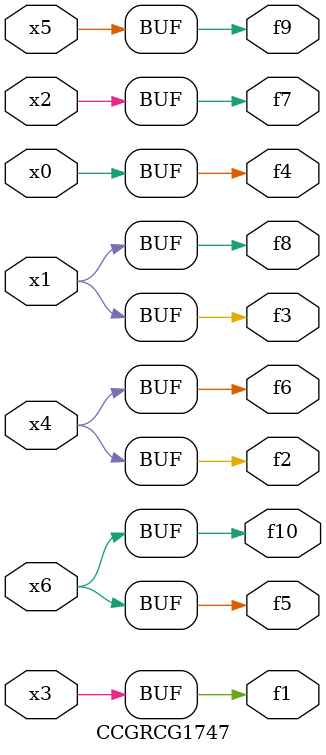
<source format=v>
module CCGRCG1747(
	input x0, x1, x2, x3, x4, x5, x6,
	output f1, f2, f3, f4, f5, f6, f7, f8, f9, f10
);
	assign f1 = x3;
	assign f2 = x4;
	assign f3 = x1;
	assign f4 = x0;
	assign f5 = x6;
	assign f6 = x4;
	assign f7 = x2;
	assign f8 = x1;
	assign f9 = x5;
	assign f10 = x6;
endmodule

</source>
